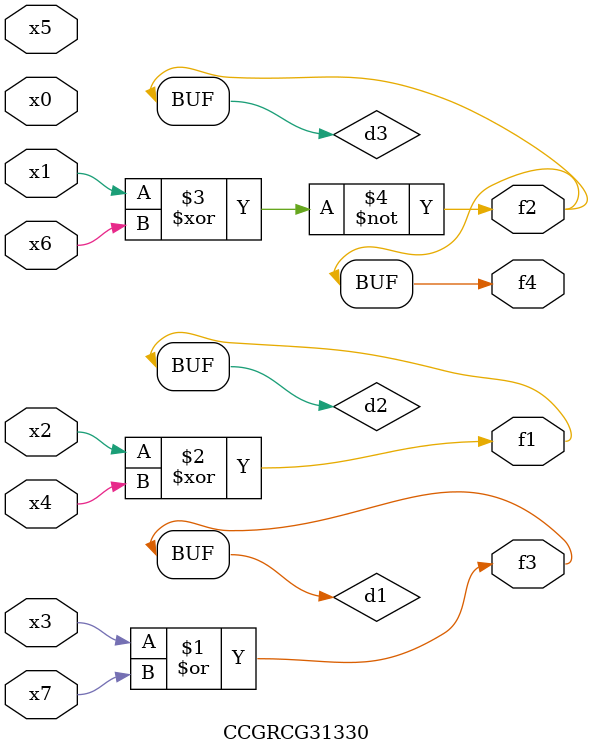
<source format=v>
module CCGRCG31330(
	input x0, x1, x2, x3, x4, x5, x6, x7,
	output f1, f2, f3, f4
);

	wire d1, d2, d3;

	or (d1, x3, x7);
	xor (d2, x2, x4);
	xnor (d3, x1, x6);
	assign f1 = d2;
	assign f2 = d3;
	assign f3 = d1;
	assign f4 = d3;
endmodule

</source>
